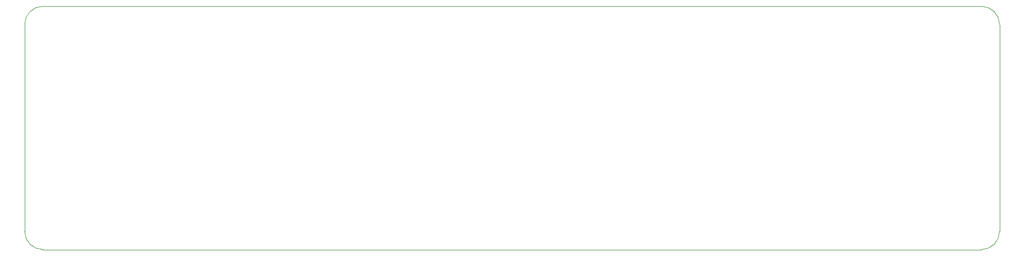
<source format=gbr>
%TF.GenerationSoftware,KiCad,Pcbnew,(6.0.1)*%
%TF.CreationDate,2023-01-24T13:05:26+09:00*%
%TF.ProjectId,yuiopPD_r2,7975696f-7050-4445-9f72-322e6b696361,2*%
%TF.SameCoordinates,Original*%
%TF.FileFunction,Profile,NP*%
%FSLAX46Y46*%
G04 Gerber Fmt 4.6, Leading zero omitted, Abs format (unit mm)*
G04 Created by KiCad (PCBNEW (6.0.1)) date 2023-01-24 13:05:26*
%MOMM*%
%LPD*%
G01*
G04 APERTURE LIST*
%TA.AperFunction,Profile*%
%ADD10C,0.100000*%
%TD*%
G04 APERTURE END LIST*
D10*
X227000000Y-120000000D02*
X73000000Y-120000000D01*
X230000000Y-83000000D02*
X230000000Y-117000000D01*
X70000000Y-117000000D02*
X70000000Y-83000000D01*
X70000000Y-117000000D02*
G75*
G03*
X73000000Y-120000000I3000001J1D01*
G01*
X227000000Y-120000000D02*
G75*
G03*
X230000000Y-117000000I-1J3000001D01*
G01*
X230000000Y-83000000D02*
G75*
G03*
X227000000Y-80000000I-3000001J-1D01*
G01*
X73000000Y-80000000D02*
X227000000Y-80000000D01*
X73000000Y-80000000D02*
G75*
G03*
X70000000Y-83000000I1J-3000001D01*
G01*
M02*

</source>
